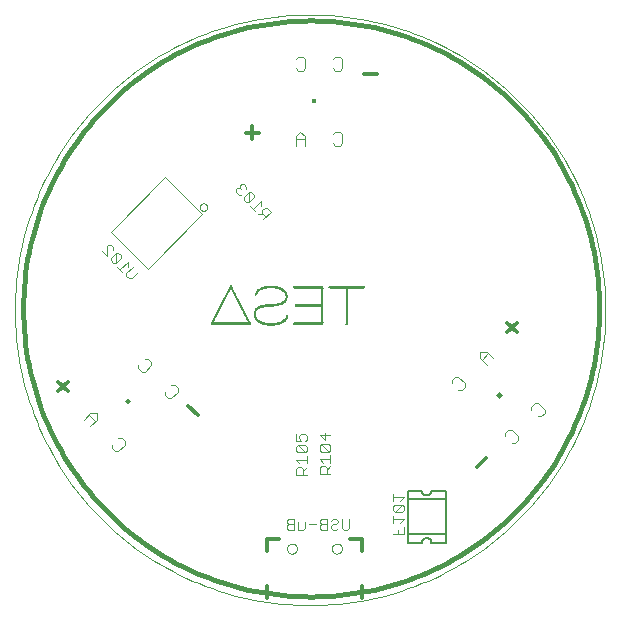
<source format=gbo>
G75*
%MOIN*%
%OFA0B0*%
%FSLAX24Y24*%
%IPPOS*%
%LPD*%
%AMOC8*
5,1,8,0,0,1.08239X$1,22.5*
%
%ADD10C,0.0000*%
%ADD11C,0.0160*%
%ADD12C,0.0040*%
%ADD13R,0.0290X0.0010*%
%ADD14R,0.0050X0.0010*%
%ADD15R,0.0900X0.0010*%
%ADD16R,0.0410X0.0010*%
%ADD17R,0.1310X0.0010*%
%ADD18R,0.0060X0.0010*%
%ADD19R,0.0950X0.0010*%
%ADD20R,0.0500X0.0010*%
%ADD21R,0.1330X0.0010*%
%ADD22R,0.0070X0.0010*%
%ADD23R,0.0970X0.0010*%
%ADD24R,0.0570X0.0010*%
%ADD25R,0.1350X0.0010*%
%ADD26R,0.0980X0.0010*%
%ADD27R,0.0630X0.0010*%
%ADD28R,0.0330X0.0010*%
%ADD29R,0.0040X0.0010*%
%ADD30R,0.0990X0.0010*%
%ADD31R,0.0250X0.0010*%
%ADD32R,0.0230X0.0010*%
%ADD33R,0.0210X0.0010*%
%ADD34R,0.0200X0.0010*%
%ADD35R,0.0190X0.0010*%
%ADD36R,0.0170X0.0010*%
%ADD37R,0.0080X0.0010*%
%ADD38R,0.0160X0.0010*%
%ADD39R,0.0150X0.0010*%
%ADD40R,0.0140X0.0010*%
%ADD41R,0.0130X0.0010*%
%ADD42R,0.0120X0.0010*%
%ADD43R,0.0110X0.0010*%
%ADD44R,0.0100X0.0010*%
%ADD45R,0.0090X0.0010*%
%ADD46R,0.0020X0.0010*%
%ADD47R,0.0180X0.0010*%
%ADD48R,0.0280X0.0010*%
%ADD49R,0.0940X0.0010*%
%ADD50R,0.0340X0.0010*%
%ADD51R,0.0440X0.0010*%
%ADD52R,0.0530X0.0010*%
%ADD53R,0.0540X0.0010*%
%ADD54R,0.0930X0.0010*%
%ADD55R,0.0450X0.0010*%
%ADD56R,0.0220X0.0010*%
%ADD57R,0.0010X0.0010*%
%ADD58R,0.1150X0.0010*%
%ADD59R,0.1170X0.0010*%
%ADD60R,0.0650X0.0010*%
%ADD61R,0.0610X0.0010*%
%ADD62R,0.1180X0.0010*%
%ADD63R,0.0550X0.0010*%
%ADD64R,0.0480X0.0010*%
%ADD65R,0.0400X0.0010*%
%ADD66C,0.0120*%
%ADD67R,0.0157X0.0157*%
%ADD68R,0.0157X0.0157*%
%ADD69C,0.0050*%
D10*
X009175Y003001D02*
X009177Y003026D01*
X009183Y003051D01*
X009192Y003075D01*
X009205Y003097D01*
X009222Y003117D01*
X009241Y003134D01*
X009262Y003148D01*
X009286Y003158D01*
X009310Y003165D01*
X009336Y003168D01*
X009361Y003167D01*
X009386Y003162D01*
X009410Y003153D01*
X009433Y003141D01*
X009453Y003126D01*
X009471Y003107D01*
X009486Y003086D01*
X009497Y003063D01*
X009505Y003039D01*
X009509Y003014D01*
X009509Y002988D01*
X009505Y002963D01*
X009497Y002939D01*
X009486Y002916D01*
X009471Y002895D01*
X009453Y002876D01*
X009433Y002861D01*
X009410Y002849D01*
X009386Y002840D01*
X009361Y002835D01*
X009336Y002834D01*
X009310Y002837D01*
X009286Y002844D01*
X009262Y002854D01*
X009241Y002868D01*
X009222Y002885D01*
X009205Y002905D01*
X009192Y002927D01*
X009183Y002951D01*
X009177Y002976D01*
X009175Y003001D01*
X010671Y003001D02*
X010673Y003026D01*
X010679Y003051D01*
X010688Y003075D01*
X010701Y003097D01*
X010718Y003117D01*
X010737Y003134D01*
X010758Y003148D01*
X010782Y003158D01*
X010806Y003165D01*
X010832Y003168D01*
X010857Y003167D01*
X010882Y003162D01*
X010906Y003153D01*
X010929Y003141D01*
X010949Y003126D01*
X010967Y003107D01*
X010982Y003086D01*
X010993Y003063D01*
X011001Y003039D01*
X011005Y003014D01*
X011005Y002988D01*
X011001Y002963D01*
X010993Y002939D01*
X010982Y002916D01*
X010967Y002895D01*
X010949Y002876D01*
X010929Y002861D01*
X010906Y002849D01*
X010882Y002840D01*
X010857Y002835D01*
X010832Y002834D01*
X010806Y002837D01*
X010782Y002844D01*
X010758Y002854D01*
X010737Y002868D01*
X010718Y002885D01*
X010701Y002905D01*
X010688Y002927D01*
X010679Y002951D01*
X010673Y002976D01*
X010671Y003001D01*
X000100Y010957D02*
X000103Y011195D01*
X000111Y011433D01*
X000126Y011670D01*
X000146Y011907D01*
X000172Y012143D01*
X000203Y012379D01*
X000240Y012614D01*
X000283Y012848D01*
X000332Y013081D01*
X000386Y013313D01*
X000446Y013543D01*
X000511Y013772D01*
X000582Y013999D01*
X000658Y014224D01*
X000740Y014447D01*
X000827Y014669D01*
X000919Y014888D01*
X001017Y015105D01*
X001119Y015319D01*
X001227Y015531D01*
X001341Y015741D01*
X001459Y015947D01*
X001582Y016151D01*
X001710Y016351D01*
X001842Y016548D01*
X001980Y016743D01*
X002122Y016933D01*
X002269Y017121D01*
X002420Y017304D01*
X002575Y017484D01*
X002735Y017660D01*
X002899Y017832D01*
X003068Y018001D01*
X003240Y018165D01*
X003416Y018325D01*
X003596Y018480D01*
X003779Y018631D01*
X003967Y018778D01*
X004157Y018920D01*
X004352Y019058D01*
X004549Y019190D01*
X004749Y019318D01*
X004953Y019441D01*
X005159Y019559D01*
X005369Y019673D01*
X005581Y019781D01*
X005795Y019883D01*
X006012Y019981D01*
X006231Y020073D01*
X006453Y020160D01*
X006676Y020242D01*
X006901Y020318D01*
X007128Y020389D01*
X007357Y020454D01*
X007587Y020514D01*
X007819Y020568D01*
X008052Y020617D01*
X008286Y020660D01*
X008521Y020697D01*
X008757Y020728D01*
X008993Y020754D01*
X009230Y020774D01*
X009467Y020789D01*
X009705Y020797D01*
X009943Y020800D01*
X010181Y020797D01*
X010419Y020789D01*
X010656Y020774D01*
X010893Y020754D01*
X011129Y020728D01*
X011365Y020697D01*
X011600Y020660D01*
X011834Y020617D01*
X012067Y020568D01*
X012299Y020514D01*
X012529Y020454D01*
X012758Y020389D01*
X012985Y020318D01*
X013210Y020242D01*
X013433Y020160D01*
X013655Y020073D01*
X013874Y019981D01*
X014091Y019883D01*
X014305Y019781D01*
X014517Y019673D01*
X014727Y019559D01*
X014933Y019441D01*
X015137Y019318D01*
X015337Y019190D01*
X015534Y019058D01*
X015729Y018920D01*
X015919Y018778D01*
X016107Y018631D01*
X016290Y018480D01*
X016470Y018325D01*
X016646Y018165D01*
X016818Y018001D01*
X016987Y017832D01*
X017151Y017660D01*
X017311Y017484D01*
X017466Y017304D01*
X017617Y017121D01*
X017764Y016933D01*
X017906Y016743D01*
X018044Y016548D01*
X018176Y016351D01*
X018304Y016151D01*
X018427Y015947D01*
X018545Y015741D01*
X018659Y015531D01*
X018767Y015319D01*
X018869Y015105D01*
X018967Y014888D01*
X019059Y014669D01*
X019146Y014447D01*
X019228Y014224D01*
X019304Y013999D01*
X019375Y013772D01*
X019440Y013543D01*
X019500Y013313D01*
X019554Y013081D01*
X019603Y012848D01*
X019646Y012614D01*
X019683Y012379D01*
X019714Y012143D01*
X019740Y011907D01*
X019760Y011670D01*
X019775Y011433D01*
X019783Y011195D01*
X019786Y010957D01*
X019783Y010719D01*
X019775Y010481D01*
X019760Y010244D01*
X019740Y010007D01*
X019714Y009771D01*
X019683Y009535D01*
X019646Y009300D01*
X019603Y009066D01*
X019554Y008833D01*
X019500Y008601D01*
X019440Y008371D01*
X019375Y008142D01*
X019304Y007915D01*
X019228Y007690D01*
X019146Y007467D01*
X019059Y007245D01*
X018967Y007026D01*
X018869Y006809D01*
X018767Y006595D01*
X018659Y006383D01*
X018545Y006173D01*
X018427Y005967D01*
X018304Y005763D01*
X018176Y005563D01*
X018044Y005366D01*
X017906Y005171D01*
X017764Y004981D01*
X017617Y004793D01*
X017466Y004610D01*
X017311Y004430D01*
X017151Y004254D01*
X016987Y004082D01*
X016818Y003913D01*
X016646Y003749D01*
X016470Y003589D01*
X016290Y003434D01*
X016107Y003283D01*
X015919Y003136D01*
X015729Y002994D01*
X015534Y002856D01*
X015337Y002724D01*
X015137Y002596D01*
X014933Y002473D01*
X014727Y002355D01*
X014517Y002241D01*
X014305Y002133D01*
X014091Y002031D01*
X013874Y001933D01*
X013655Y001841D01*
X013433Y001754D01*
X013210Y001672D01*
X012985Y001596D01*
X012758Y001525D01*
X012529Y001460D01*
X012299Y001400D01*
X012067Y001346D01*
X011834Y001297D01*
X011600Y001254D01*
X011365Y001217D01*
X011129Y001186D01*
X010893Y001160D01*
X010656Y001140D01*
X010419Y001125D01*
X010181Y001117D01*
X009943Y001114D01*
X009705Y001117D01*
X009467Y001125D01*
X009230Y001140D01*
X008993Y001160D01*
X008757Y001186D01*
X008521Y001217D01*
X008286Y001254D01*
X008052Y001297D01*
X007819Y001346D01*
X007587Y001400D01*
X007357Y001460D01*
X007128Y001525D01*
X006901Y001596D01*
X006676Y001672D01*
X006453Y001754D01*
X006231Y001841D01*
X006012Y001933D01*
X005795Y002031D01*
X005581Y002133D01*
X005369Y002241D01*
X005159Y002355D01*
X004953Y002473D01*
X004749Y002596D01*
X004549Y002724D01*
X004352Y002856D01*
X004157Y002994D01*
X003967Y003136D01*
X003779Y003283D01*
X003596Y003434D01*
X003416Y003589D01*
X003240Y003749D01*
X003068Y003913D01*
X002899Y004082D01*
X002735Y004254D01*
X002575Y004430D01*
X002420Y004610D01*
X002269Y004793D01*
X002122Y004981D01*
X001980Y005171D01*
X001842Y005366D01*
X001710Y005563D01*
X001582Y005763D01*
X001459Y005967D01*
X001341Y006173D01*
X001227Y006383D01*
X001119Y006595D01*
X001017Y006809D01*
X000919Y007026D01*
X000827Y007245D01*
X000740Y007467D01*
X000658Y007690D01*
X000582Y007915D01*
X000511Y008142D01*
X000446Y008371D01*
X000386Y008601D01*
X000332Y008833D01*
X000283Y009066D01*
X000240Y009300D01*
X000203Y009535D01*
X000172Y009771D01*
X000146Y010007D01*
X000126Y010244D01*
X000111Y010481D01*
X000103Y010719D01*
X000100Y010957D01*
D11*
X000379Y011005D02*
X000382Y011241D01*
X000391Y011476D01*
X000405Y011711D01*
X000425Y011946D01*
X000451Y012180D01*
X000483Y012414D01*
X000520Y012646D01*
X000563Y012878D01*
X000612Y013109D01*
X000667Y013338D01*
X000727Y013566D01*
X000792Y013792D01*
X000864Y014017D01*
X000940Y014239D01*
X001022Y014460D01*
X001110Y014679D01*
X001203Y014896D01*
X001301Y015110D01*
X001404Y015322D01*
X001513Y015531D01*
X001626Y015737D01*
X001745Y015941D01*
X001869Y016142D01*
X001997Y016339D01*
X002130Y016533D01*
X002268Y016724D01*
X002411Y016912D01*
X002558Y017096D01*
X002710Y017276D01*
X002866Y017453D01*
X003027Y017625D01*
X003191Y017794D01*
X003360Y017958D01*
X003532Y018119D01*
X003709Y018275D01*
X003889Y018427D01*
X004073Y018574D01*
X004261Y018717D01*
X004452Y018855D01*
X004646Y018988D01*
X004843Y019116D01*
X005044Y019240D01*
X005248Y019359D01*
X005454Y019472D01*
X005663Y019581D01*
X005875Y019684D01*
X006089Y019782D01*
X006306Y019875D01*
X006525Y019963D01*
X006746Y020045D01*
X006968Y020121D01*
X007193Y020193D01*
X007419Y020258D01*
X007647Y020318D01*
X007876Y020373D01*
X008107Y020422D01*
X008339Y020465D01*
X008571Y020502D01*
X008805Y020534D01*
X009039Y020560D01*
X009274Y020580D01*
X009509Y020594D01*
X009744Y020603D01*
X009980Y020606D01*
X010216Y020603D01*
X010451Y020594D01*
X010686Y020580D01*
X010921Y020560D01*
X011155Y020534D01*
X011389Y020502D01*
X011621Y020465D01*
X011853Y020422D01*
X012084Y020373D01*
X012313Y020318D01*
X012541Y020258D01*
X012767Y020193D01*
X012992Y020121D01*
X013214Y020045D01*
X013435Y019963D01*
X013654Y019875D01*
X013871Y019782D01*
X014085Y019684D01*
X014297Y019581D01*
X014506Y019472D01*
X014712Y019359D01*
X014916Y019240D01*
X015117Y019116D01*
X015314Y018988D01*
X015508Y018855D01*
X015699Y018717D01*
X015887Y018574D01*
X016071Y018427D01*
X016251Y018275D01*
X016428Y018119D01*
X016600Y017958D01*
X016769Y017794D01*
X016933Y017625D01*
X017094Y017453D01*
X017250Y017276D01*
X017402Y017096D01*
X017549Y016912D01*
X017692Y016724D01*
X017830Y016533D01*
X017963Y016339D01*
X018091Y016142D01*
X018215Y015941D01*
X018334Y015737D01*
X018447Y015531D01*
X018556Y015322D01*
X018659Y015110D01*
X018757Y014896D01*
X018850Y014679D01*
X018938Y014460D01*
X019020Y014239D01*
X019096Y014017D01*
X019168Y013792D01*
X019233Y013566D01*
X019293Y013338D01*
X019348Y013109D01*
X019397Y012878D01*
X019440Y012646D01*
X019477Y012414D01*
X019509Y012180D01*
X019535Y011946D01*
X019555Y011711D01*
X019569Y011476D01*
X019578Y011241D01*
X019581Y011005D01*
X019578Y010769D01*
X019569Y010534D01*
X019555Y010299D01*
X019535Y010064D01*
X019509Y009830D01*
X019477Y009596D01*
X019440Y009364D01*
X019397Y009132D01*
X019348Y008901D01*
X019293Y008672D01*
X019233Y008444D01*
X019168Y008218D01*
X019096Y007993D01*
X019020Y007771D01*
X018938Y007550D01*
X018850Y007331D01*
X018757Y007114D01*
X018659Y006900D01*
X018556Y006688D01*
X018447Y006479D01*
X018334Y006273D01*
X018215Y006069D01*
X018091Y005868D01*
X017963Y005671D01*
X017830Y005477D01*
X017692Y005286D01*
X017549Y005098D01*
X017402Y004914D01*
X017250Y004734D01*
X017094Y004557D01*
X016933Y004385D01*
X016769Y004216D01*
X016600Y004052D01*
X016428Y003891D01*
X016251Y003735D01*
X016071Y003583D01*
X015887Y003436D01*
X015699Y003293D01*
X015508Y003155D01*
X015314Y003022D01*
X015117Y002894D01*
X014916Y002770D01*
X014712Y002651D01*
X014506Y002538D01*
X014297Y002429D01*
X014085Y002326D01*
X013871Y002228D01*
X013654Y002135D01*
X013435Y002047D01*
X013214Y001965D01*
X012992Y001889D01*
X012767Y001817D01*
X012541Y001752D01*
X012313Y001692D01*
X012084Y001637D01*
X011853Y001588D01*
X011621Y001545D01*
X011389Y001508D01*
X011155Y001476D01*
X010921Y001450D01*
X010686Y001430D01*
X010451Y001416D01*
X010216Y001407D01*
X009980Y001404D01*
X009744Y001407D01*
X009509Y001416D01*
X009274Y001430D01*
X009039Y001450D01*
X008805Y001476D01*
X008571Y001508D01*
X008339Y001545D01*
X008107Y001588D01*
X007876Y001637D01*
X007647Y001692D01*
X007419Y001752D01*
X007193Y001817D01*
X006968Y001889D01*
X006746Y001965D01*
X006525Y002047D01*
X006306Y002135D01*
X006089Y002228D01*
X005875Y002326D01*
X005663Y002429D01*
X005454Y002538D01*
X005248Y002651D01*
X005044Y002770D01*
X004843Y002894D01*
X004646Y003022D01*
X004452Y003155D01*
X004261Y003293D01*
X004073Y003436D01*
X003889Y003583D01*
X003709Y003735D01*
X003532Y003891D01*
X003360Y004052D01*
X003191Y004216D01*
X003027Y004385D01*
X002866Y004557D01*
X002710Y004734D01*
X002558Y004914D01*
X002411Y005098D01*
X002268Y005286D01*
X002130Y005477D01*
X001997Y005671D01*
X001869Y005868D01*
X001745Y006069D01*
X001626Y006273D01*
X001513Y006479D01*
X001404Y006688D01*
X001301Y006900D01*
X001203Y007114D01*
X001110Y007331D01*
X001022Y007550D01*
X000940Y007771D01*
X000864Y007993D01*
X000792Y008218D01*
X000727Y008444D01*
X000667Y008672D01*
X000612Y008901D01*
X000563Y009132D01*
X000520Y009364D01*
X000483Y009596D01*
X000451Y009830D01*
X000425Y010064D01*
X000405Y010299D01*
X000391Y010534D01*
X000382Y010769D01*
X000379Y011005D01*
D12*
X003336Y006356D02*
X003444Y006247D01*
X003553Y006247D01*
X003770Y006464D01*
X003770Y006573D01*
X003661Y006681D01*
X003553Y006681D01*
X003336Y006464D02*
X003336Y006356D01*
X002615Y007077D02*
X002832Y007294D01*
X002832Y007511D01*
X002615Y007511D01*
X002398Y007294D01*
X002560Y007457D02*
X002777Y007240D01*
X004328Y008899D02*
X004220Y009008D01*
X004220Y009116D01*
X004328Y008899D02*
X004437Y008899D01*
X004654Y009116D01*
X004654Y009225D01*
X004545Y009333D01*
X004437Y009333D01*
X005320Y008449D02*
X005429Y008449D01*
X005537Y008341D01*
X005537Y008232D01*
X005320Y008015D01*
X005212Y008015D01*
X005103Y008124D01*
X005103Y008232D01*
X003991Y012011D02*
X003906Y012011D01*
X003822Y012096D01*
X003822Y012181D01*
X004034Y012393D01*
X003858Y012399D02*
X003858Y012568D01*
X003604Y012314D01*
X003688Y012229D02*
X003519Y012399D01*
X003470Y012532D02*
X003470Y012871D01*
X003301Y012702D01*
X003301Y012617D01*
X003386Y012532D01*
X003470Y012532D01*
X003640Y012702D01*
X003640Y012786D01*
X003555Y012871D01*
X003470Y012871D01*
X003380Y012962D02*
X003380Y013047D01*
X003295Y013132D01*
X003210Y013132D01*
X003168Y013089D01*
X003168Y012750D01*
X002998Y012919D01*
X003313Y013562D02*
X004538Y012337D01*
X006347Y014147D01*
X005122Y015372D01*
X003313Y013562D01*
X004204Y012223D02*
X003991Y012011D01*
X006261Y014384D02*
X006263Y014406D01*
X006269Y014428D01*
X006278Y014448D01*
X006291Y014466D01*
X006307Y014482D01*
X006325Y014495D01*
X006345Y014504D01*
X006367Y014510D01*
X006389Y014512D01*
X006411Y014510D01*
X006433Y014504D01*
X006453Y014495D01*
X006471Y014482D01*
X006487Y014466D01*
X006500Y014448D01*
X006509Y014428D01*
X006515Y014406D01*
X006517Y014384D01*
X006515Y014362D01*
X006509Y014340D01*
X006500Y014320D01*
X006487Y014302D01*
X006471Y014286D01*
X006453Y014273D01*
X006433Y014264D01*
X006411Y014258D01*
X006389Y014256D01*
X006367Y014258D01*
X006345Y014264D01*
X006325Y014273D01*
X006307Y014286D01*
X006291Y014302D01*
X006278Y014320D01*
X006269Y014340D01*
X006263Y014362D01*
X006261Y014384D01*
X007475Y014887D02*
X007560Y014802D01*
X007645Y014802D01*
X007736Y014712D02*
X007736Y014627D01*
X007821Y014542D01*
X007906Y014542D01*
X007906Y014881D01*
X007736Y014712D01*
X007906Y014881D02*
X007990Y014881D01*
X008075Y014796D01*
X008075Y014712D01*
X007906Y014542D01*
X007954Y014409D02*
X008123Y014239D01*
X008039Y014324D02*
X008293Y014578D01*
X008293Y014409D01*
X008426Y014360D02*
X008341Y014276D01*
X008341Y014191D01*
X008469Y014063D01*
X008384Y013978D02*
X008639Y014233D01*
X008511Y014360D01*
X008426Y014360D01*
X008384Y014148D02*
X008214Y014148D01*
X007815Y014972D02*
X007815Y015057D01*
X007730Y015142D01*
X007645Y015142D01*
X007603Y015099D01*
X007603Y015014D01*
X007518Y015014D01*
X007475Y014972D01*
X007475Y014887D01*
X007603Y015014D02*
X007645Y014972D01*
X009463Y016435D02*
X009463Y016742D01*
X009617Y016895D01*
X009770Y016742D01*
X009770Y016435D01*
X009770Y016665D02*
X009463Y016665D01*
X010713Y016818D02*
X010790Y016895D01*
X010944Y016895D01*
X011020Y016818D01*
X011020Y016511D01*
X010944Y016435D01*
X010790Y016435D01*
X010713Y016511D01*
X010790Y018935D02*
X010713Y019011D01*
X010790Y018935D02*
X010944Y018935D01*
X011020Y019011D01*
X011020Y019318D01*
X010944Y019395D01*
X010790Y019395D01*
X010713Y019318D01*
X009770Y019318D02*
X009770Y019011D01*
X009694Y018935D01*
X009540Y018935D01*
X009463Y019011D01*
X009463Y019318D02*
X009540Y019395D01*
X009694Y019395D01*
X009770Y019318D01*
X015611Y009559D02*
X015611Y009342D01*
X015828Y009125D01*
X015665Y009288D02*
X015882Y009505D01*
X015828Y009559D02*
X015611Y009559D01*
X015828Y009559D02*
X016045Y009342D01*
X015107Y008512D02*
X015107Y008404D01*
X014998Y008295D01*
X014890Y008295D01*
X015107Y008512D02*
X014890Y008729D01*
X014781Y008729D01*
X014673Y008621D01*
X014673Y008512D01*
X016441Y006853D02*
X016549Y006962D01*
X016658Y006962D01*
X016875Y006745D01*
X016875Y006636D01*
X016766Y006528D01*
X016658Y006528D01*
X016441Y006745D02*
X016441Y006853D01*
X017324Y007629D02*
X017324Y007737D01*
X017433Y007846D01*
X017541Y007846D01*
X017758Y007629D01*
X017758Y007520D01*
X017650Y007412D01*
X017541Y007412D01*
X013070Y004716D02*
X012950Y004596D01*
X013010Y004468D02*
X012770Y004228D01*
X012710Y004288D01*
X012710Y004408D01*
X012770Y004468D01*
X013010Y004468D01*
X013070Y004408D01*
X013070Y004288D01*
X013010Y004228D01*
X012770Y004228D01*
X012710Y004100D02*
X012710Y003860D01*
X012710Y003980D02*
X013070Y003980D01*
X012950Y003860D01*
X013070Y003732D02*
X013070Y003491D01*
X012710Y003491D01*
X012890Y003491D02*
X012890Y003611D01*
X012710Y004596D02*
X012710Y004837D01*
X012710Y004716D02*
X013070Y004716D01*
X011240Y003995D02*
X011240Y003695D01*
X011180Y003635D01*
X011060Y003635D01*
X011000Y003695D01*
X011000Y003995D01*
X010872Y003935D02*
X010872Y003875D01*
X010812Y003815D01*
X010692Y003815D01*
X010631Y003755D01*
X010631Y003695D01*
X010692Y003635D01*
X010812Y003635D01*
X010872Y003695D01*
X010872Y003935D02*
X010812Y003995D01*
X010692Y003995D01*
X010631Y003935D01*
X010503Y003995D02*
X010503Y003635D01*
X010323Y003635D01*
X010263Y003695D01*
X010263Y003755D01*
X010323Y003815D01*
X010503Y003815D01*
X010323Y003815D02*
X010263Y003875D01*
X010263Y003935D01*
X010323Y003995D01*
X010503Y003995D01*
X010135Y003815D02*
X009895Y003815D01*
X009767Y003875D02*
X009767Y003695D01*
X009707Y003635D01*
X009527Y003635D01*
X009527Y003875D01*
X009398Y003815D02*
X009218Y003815D01*
X009158Y003755D01*
X009158Y003695D01*
X009218Y003635D01*
X009398Y003635D01*
X009398Y003995D01*
X009218Y003995D01*
X009158Y003935D01*
X009158Y003875D01*
X009218Y003815D01*
X009470Y005471D02*
X009470Y005652D01*
X009530Y005712D01*
X009650Y005712D01*
X009710Y005652D01*
X009710Y005471D01*
X009830Y005471D02*
X009470Y005471D01*
X009710Y005591D02*
X009830Y005712D01*
X009830Y005840D02*
X009830Y006080D01*
X009830Y005960D02*
X009470Y005960D01*
X009590Y005840D01*
X009530Y006208D02*
X009470Y006268D01*
X009470Y006388D01*
X009530Y006448D01*
X009770Y006208D01*
X009830Y006268D01*
X009830Y006388D01*
X009770Y006448D01*
X009530Y006448D01*
X009470Y006576D02*
X009650Y006576D01*
X009590Y006696D01*
X009590Y006756D01*
X009650Y006817D01*
X009770Y006817D01*
X009830Y006756D01*
X009830Y006636D01*
X009770Y006576D01*
X009470Y006576D02*
X009470Y006817D01*
X009530Y006208D02*
X009770Y006208D01*
X010260Y006298D02*
X010320Y006238D01*
X010560Y006238D01*
X010320Y006478D01*
X010560Y006478D01*
X010620Y006418D01*
X010620Y006298D01*
X010560Y006238D01*
X010620Y006110D02*
X010620Y005870D01*
X010620Y005990D02*
X010260Y005990D01*
X010380Y005870D01*
X010320Y005742D02*
X010440Y005742D01*
X010500Y005682D01*
X010500Y005501D01*
X010620Y005501D02*
X010260Y005501D01*
X010260Y005682D01*
X010320Y005742D01*
X010500Y005621D02*
X010620Y005742D01*
X010260Y006298D02*
X010260Y006418D01*
X010320Y006478D01*
X010440Y006606D02*
X010440Y006847D01*
X010620Y006786D02*
X010260Y006786D01*
X010440Y006606D01*
D13*
X008640Y010435D03*
X008450Y010485D03*
X008650Y011725D03*
D14*
X008140Y011445D03*
X009190Y010745D03*
X011160Y010445D03*
D15*
X009875Y010445D03*
D16*
X008640Y010445D03*
D17*
X007300Y010445D03*
D18*
X008105Y010835D03*
X008145Y011455D03*
X008145Y011465D03*
X007295Y011735D03*
X009185Y010735D03*
X010345Y011655D03*
X011155Y010455D03*
D19*
X009880Y010455D03*
X009910Y011065D03*
X009910Y011075D03*
X009910Y011085D03*
X009880Y011715D03*
D20*
X008705Y011105D03*
X008555Y011075D03*
X008645Y010455D03*
D21*
X007300Y010455D03*
X007300Y010495D03*
X007300Y010505D03*
D22*
X006810Y010765D03*
X007020Y011175D03*
X007380Y011555D03*
X007300Y011725D03*
X008150Y011485D03*
X008150Y011475D03*
X008160Y011495D03*
X008160Y011505D03*
X008170Y011525D03*
X008180Y011535D03*
X008650Y011735D03*
X009150Y011445D03*
X009150Y011435D03*
X009160Y011415D03*
X009160Y011405D03*
X009160Y011395D03*
X009160Y011385D03*
X009160Y011375D03*
X009160Y011365D03*
X009160Y011355D03*
X009160Y011345D03*
X009150Y011335D03*
X009150Y011325D03*
X009150Y011315D03*
X009150Y011305D03*
X009140Y011285D03*
X009190Y010725D03*
X009180Y010715D03*
X009180Y010705D03*
X009180Y010695D03*
X009170Y010685D03*
X008130Y010675D03*
X008120Y010695D03*
X008120Y010705D03*
X008110Y010725D03*
X008110Y010735D03*
X008110Y010745D03*
X008100Y010755D03*
X008100Y010765D03*
X008100Y010775D03*
X008100Y010785D03*
X008100Y010795D03*
X008100Y010805D03*
X008100Y010815D03*
X008100Y010825D03*
X008110Y010855D03*
X008110Y010865D03*
X008110Y010875D03*
X008120Y010895D03*
X010350Y010895D03*
X010350Y010905D03*
X010350Y010915D03*
X010350Y010925D03*
X010350Y010935D03*
X010350Y010945D03*
X010350Y010955D03*
X010350Y010965D03*
X010350Y010975D03*
X010350Y010985D03*
X010350Y010995D03*
X010350Y011005D03*
X010350Y011015D03*
X010350Y011025D03*
X010350Y011035D03*
X010350Y011045D03*
X010350Y011115D03*
X010350Y011125D03*
X010350Y011135D03*
X010350Y011145D03*
X010350Y011155D03*
X010350Y011165D03*
X010350Y011175D03*
X010350Y011185D03*
X010350Y011195D03*
X010350Y011205D03*
X010350Y011215D03*
X010350Y011225D03*
X010350Y011235D03*
X010350Y011245D03*
X010350Y011255D03*
X010350Y011265D03*
X010350Y011275D03*
X010350Y011285D03*
X010350Y011295D03*
X010350Y011305D03*
X010350Y011315D03*
X010350Y011325D03*
X010350Y011335D03*
X010350Y011345D03*
X010350Y011355D03*
X010350Y011365D03*
X010350Y011375D03*
X010350Y011385D03*
X010350Y011395D03*
X010350Y011405D03*
X010350Y011415D03*
X010350Y011425D03*
X010350Y011435D03*
X010350Y011445D03*
X010350Y011455D03*
X010350Y011465D03*
X010350Y011475D03*
X010350Y011485D03*
X010350Y011495D03*
X010350Y011505D03*
X010350Y011515D03*
X010350Y011525D03*
X010350Y011535D03*
X010350Y011545D03*
X010350Y011555D03*
X010350Y011565D03*
X010350Y011575D03*
X010350Y011585D03*
X010350Y011595D03*
X010350Y011605D03*
X010350Y011615D03*
X010350Y011625D03*
X010350Y011635D03*
X010350Y011645D03*
X010350Y010885D03*
X010350Y010875D03*
X010350Y010865D03*
X010350Y010855D03*
X010350Y010845D03*
X010350Y010835D03*
X010350Y010825D03*
X010350Y010815D03*
X010350Y010805D03*
X010350Y010795D03*
X010350Y010785D03*
X010350Y010775D03*
X010350Y010765D03*
X010350Y010755D03*
X010350Y010745D03*
X010350Y010735D03*
X010350Y010725D03*
X010350Y010715D03*
X010350Y010705D03*
X010350Y010695D03*
X010350Y010685D03*
X010350Y010675D03*
X010350Y010665D03*
X010350Y010655D03*
X010350Y010645D03*
X010350Y010635D03*
X010350Y010625D03*
X010350Y010615D03*
X010350Y010605D03*
X010350Y010595D03*
X010350Y010585D03*
X010350Y010575D03*
X010350Y010565D03*
X010350Y010555D03*
X010350Y010545D03*
X010350Y010535D03*
X010350Y010525D03*
X010350Y010515D03*
X011160Y010515D03*
X011160Y010525D03*
X011160Y010535D03*
X011160Y010545D03*
X011160Y010555D03*
X011160Y010565D03*
X011160Y010575D03*
X011160Y010585D03*
X011160Y010595D03*
X011160Y010605D03*
X011160Y010615D03*
X011160Y010625D03*
X011160Y010635D03*
X011160Y010645D03*
X011160Y010655D03*
X011160Y010665D03*
X011160Y010675D03*
X011160Y010685D03*
X011160Y010695D03*
X011160Y010705D03*
X011160Y010715D03*
X011160Y010725D03*
X011160Y010735D03*
X011160Y010745D03*
X011160Y010755D03*
X011160Y010765D03*
X011160Y010775D03*
X011160Y010785D03*
X011160Y010795D03*
X011160Y010805D03*
X011160Y010815D03*
X011160Y010825D03*
X011160Y010835D03*
X011160Y010845D03*
X011160Y010855D03*
X011160Y010865D03*
X011160Y010875D03*
X011160Y010885D03*
X011160Y010895D03*
X011160Y010905D03*
X011160Y010915D03*
X011160Y010925D03*
X011160Y010935D03*
X011160Y010945D03*
X011160Y010955D03*
X011160Y010965D03*
X011160Y010975D03*
X011160Y010985D03*
X011160Y010995D03*
X011160Y011005D03*
X011160Y011015D03*
X011160Y011025D03*
X011160Y011035D03*
X011160Y011045D03*
X011160Y011055D03*
X011160Y011065D03*
X011160Y011075D03*
X011160Y011085D03*
X011160Y011095D03*
X011160Y011105D03*
X011160Y011115D03*
X011160Y011125D03*
X011160Y011135D03*
X011160Y011145D03*
X011160Y011155D03*
X011160Y011165D03*
X011160Y011175D03*
X011160Y011185D03*
X011160Y011195D03*
X011160Y011205D03*
X011160Y011215D03*
X011160Y011225D03*
X011160Y011235D03*
X011160Y011245D03*
X011160Y011255D03*
X011160Y011265D03*
X011160Y011275D03*
X011160Y011285D03*
X011160Y011295D03*
X011160Y011305D03*
X011160Y011315D03*
X011160Y011325D03*
X011160Y011335D03*
X011160Y011345D03*
X011160Y011355D03*
X011160Y011365D03*
X011160Y011375D03*
X011160Y011385D03*
X011160Y011395D03*
X011160Y011405D03*
X011160Y011415D03*
X011160Y011425D03*
X011160Y011435D03*
X011160Y011445D03*
X011160Y011455D03*
X011160Y011465D03*
X011160Y011475D03*
X011160Y011485D03*
X011160Y011495D03*
X011160Y011505D03*
X011160Y011515D03*
X011160Y011525D03*
X011160Y011535D03*
X011160Y011545D03*
X011160Y011555D03*
X011160Y011565D03*
X011160Y011575D03*
X011160Y011585D03*
X011160Y011595D03*
X011160Y011605D03*
X011160Y011615D03*
X011160Y011625D03*
X011160Y011635D03*
X011160Y011645D03*
X011160Y011655D03*
X011160Y010505D03*
X011160Y010495D03*
X011160Y010485D03*
X011160Y010475D03*
X011160Y010465D03*
D23*
X009880Y010465D03*
X009880Y011705D03*
D24*
X008640Y010465D03*
D25*
X007300Y010465D03*
X007300Y010475D03*
X007300Y010485D03*
D26*
X009885Y010485D03*
X009885Y010475D03*
X009895Y010505D03*
X009895Y011665D03*
X009885Y011685D03*
X009885Y011695D03*
D27*
X008640Y010475D03*
D28*
X008820Y010485D03*
D29*
X008625Y010485D03*
X007295Y011745D03*
D30*
X009890Y011675D03*
X009890Y010495D03*
D31*
X008890Y010495D03*
D32*
X008390Y010495D03*
X008410Y011665D03*
X008880Y011665D03*
D33*
X008310Y011035D03*
X008930Y010505D03*
D34*
X008355Y010505D03*
X008915Y011655D03*
D35*
X008980Y011155D03*
X008960Y010515D03*
D36*
X008320Y010515D03*
X008940Y011645D03*
D37*
X009125Y011505D03*
X009125Y011495D03*
X009135Y011485D03*
X009135Y011475D03*
X009145Y011465D03*
X009145Y011455D03*
X009155Y011425D03*
X009145Y011295D03*
X009135Y011275D03*
X009125Y011255D03*
X009165Y010675D03*
X009165Y010665D03*
X009155Y010655D03*
X009145Y010645D03*
X008155Y010635D03*
X008145Y010645D03*
X008145Y010655D03*
X008135Y010665D03*
X008125Y010685D03*
X008115Y010715D03*
X008105Y010845D03*
X008115Y010885D03*
X008125Y010905D03*
X008125Y010915D03*
X008135Y010925D03*
X007795Y010755D03*
X007795Y010745D03*
X007805Y010735D03*
X007805Y010725D03*
X007815Y010715D03*
X007815Y010705D03*
X007825Y010695D03*
X007825Y010685D03*
X007835Y010675D03*
X007845Y010665D03*
X007845Y010655D03*
X007855Y010645D03*
X007855Y010635D03*
X007865Y010615D03*
X007875Y010605D03*
X007875Y010595D03*
X007885Y010585D03*
X007885Y010575D03*
X007895Y010565D03*
X007895Y010555D03*
X007905Y010545D03*
X007905Y010535D03*
X007915Y010525D03*
X007915Y010515D03*
X007785Y010765D03*
X007785Y010775D03*
X007775Y010785D03*
X007775Y010795D03*
X007765Y010805D03*
X007765Y010815D03*
X007755Y010825D03*
X007755Y010835D03*
X007745Y010845D03*
X007745Y010855D03*
X007735Y010865D03*
X007735Y010875D03*
X007725Y010885D03*
X007725Y010895D03*
X007715Y010905D03*
X007715Y010915D03*
X007705Y010925D03*
X007705Y010935D03*
X007695Y010945D03*
X007685Y010965D03*
X007675Y010985D03*
X007665Y011005D03*
X007655Y011015D03*
X007655Y011025D03*
X007645Y011035D03*
X007645Y011045D03*
X007635Y011055D03*
X007635Y011065D03*
X007625Y011075D03*
X007625Y011085D03*
X007615Y011095D03*
X007615Y011105D03*
X007605Y011115D03*
X007605Y011125D03*
X007595Y011135D03*
X007595Y011145D03*
X007585Y011155D03*
X007585Y011165D03*
X007575Y011175D03*
X007575Y011185D03*
X007565Y011195D03*
X007565Y011205D03*
X007555Y011215D03*
X007555Y011225D03*
X007545Y011235D03*
X007545Y011245D03*
X007535Y011255D03*
X007525Y011275D03*
X007515Y011295D03*
X007505Y011315D03*
X007495Y011325D03*
X007495Y011335D03*
X007485Y011345D03*
X007485Y011355D03*
X007475Y011365D03*
X007475Y011375D03*
X007465Y011385D03*
X007465Y011395D03*
X007455Y011405D03*
X007455Y011415D03*
X007445Y011425D03*
X007445Y011435D03*
X007435Y011445D03*
X007435Y011455D03*
X007425Y011465D03*
X007425Y011475D03*
X007415Y011485D03*
X007415Y011495D03*
X007405Y011505D03*
X007405Y011515D03*
X007395Y011525D03*
X007395Y011535D03*
X007385Y011545D03*
X007375Y011565D03*
X007365Y011585D03*
X007365Y011595D03*
X007355Y011605D03*
X007345Y011625D03*
X007255Y011625D03*
X007245Y011615D03*
X007245Y011605D03*
X007235Y011595D03*
X007235Y011585D03*
X007225Y011575D03*
X007225Y011565D03*
X007215Y011555D03*
X007215Y011545D03*
X007205Y011535D03*
X007205Y011525D03*
X007195Y011515D03*
X007195Y011505D03*
X007185Y011495D03*
X007175Y011485D03*
X007175Y011475D03*
X007165Y011455D03*
X007155Y011435D03*
X007145Y011425D03*
X007145Y011415D03*
X007135Y011405D03*
X007135Y011395D03*
X007125Y011385D03*
X007125Y011375D03*
X007115Y011365D03*
X007115Y011355D03*
X007105Y011345D03*
X007105Y011335D03*
X007095Y011325D03*
X007095Y011315D03*
X007085Y011305D03*
X007085Y011295D03*
X007075Y011285D03*
X007075Y011275D03*
X007065Y011265D03*
X007065Y011255D03*
X007055Y011245D03*
X007055Y011235D03*
X007045Y011225D03*
X007045Y011215D03*
X007035Y011205D03*
X007035Y011195D03*
X007025Y011185D03*
X007015Y011165D03*
X007015Y011155D03*
X007005Y011145D03*
X006995Y011125D03*
X006985Y011105D03*
X006975Y011095D03*
X006975Y011085D03*
X006965Y011075D03*
X006965Y011065D03*
X006955Y011055D03*
X006955Y011045D03*
X006945Y011035D03*
X006945Y011025D03*
X006935Y011015D03*
X006935Y011005D03*
X006925Y010995D03*
X006925Y010985D03*
X006915Y010975D03*
X006915Y010965D03*
X006905Y010955D03*
X006905Y010945D03*
X006895Y010935D03*
X006895Y010925D03*
X006885Y010915D03*
X006885Y010905D03*
X006875Y010895D03*
X006875Y010885D03*
X006865Y010875D03*
X006865Y010865D03*
X006855Y010855D03*
X006855Y010845D03*
X006845Y010835D03*
X006835Y010815D03*
X006825Y010795D03*
X006815Y010775D03*
X006805Y010755D03*
X006795Y010745D03*
X006795Y010735D03*
X006785Y010725D03*
X006785Y010715D03*
X006775Y010705D03*
X006775Y010695D03*
X006765Y010685D03*
X006765Y010675D03*
X006755Y010665D03*
X006755Y010655D03*
X006745Y010645D03*
X006745Y010635D03*
X006735Y010625D03*
X006735Y010615D03*
X006725Y010605D03*
X006725Y010595D03*
X006715Y010585D03*
X006715Y010575D03*
X006705Y010565D03*
X006705Y010555D03*
X006695Y010545D03*
X006695Y010535D03*
X006685Y010525D03*
X006685Y010515D03*
X007295Y011715D03*
X008165Y011515D03*
X008185Y011545D03*
X008195Y011555D03*
X008205Y011565D03*
D38*
X008335Y011645D03*
X008245Y011015D03*
X008985Y010525D03*
X008965Y011635D03*
X007295Y011635D03*
D39*
X007300Y011645D03*
X008300Y010525D03*
X009010Y010535D03*
X009010Y011165D03*
D40*
X009035Y011175D03*
X009005Y011615D03*
X008985Y011625D03*
X008305Y011635D03*
X008225Y011005D03*
X008275Y010535D03*
X009025Y010545D03*
X007295Y011655D03*
D41*
X007300Y011665D03*
X008260Y010545D03*
X009050Y010555D03*
X009050Y011185D03*
X009020Y011605D03*
D42*
X009035Y011595D03*
X009065Y011195D03*
X009075Y010575D03*
X009065Y010565D03*
X008245Y010555D03*
X008225Y010565D03*
X008205Y010995D03*
X008285Y011625D03*
X007295Y011675D03*
D43*
X007300Y011685D03*
X008270Y011615D03*
X008190Y010985D03*
X008180Y010975D03*
X008200Y010585D03*
X008210Y010575D03*
X009090Y010585D03*
X009080Y011205D03*
X009090Y011215D03*
X009050Y011585D03*
D44*
X009065Y011575D03*
X009075Y011565D03*
X009085Y011555D03*
X009095Y011545D03*
X008255Y011605D03*
X008235Y011595D03*
X008225Y011585D03*
X008165Y010965D03*
X009105Y010595D03*
X009115Y010605D03*
X007295Y011695D03*
D45*
X007300Y011705D03*
X007350Y011615D03*
X007370Y011575D03*
X007170Y011465D03*
X007160Y011445D03*
X007000Y011135D03*
X006990Y011115D03*
X006840Y010825D03*
X006830Y010805D03*
X006820Y010785D03*
X007530Y011265D03*
X007520Y011285D03*
X007510Y011305D03*
X007670Y010995D03*
X007680Y010975D03*
X007690Y010955D03*
X007860Y010625D03*
X008160Y010625D03*
X008170Y010615D03*
X008180Y010605D03*
X008190Y010595D03*
X008140Y010935D03*
X008150Y010945D03*
X008160Y010955D03*
X008210Y011575D03*
X009100Y011535D03*
X009110Y011525D03*
X009120Y011515D03*
X009130Y011265D03*
X009120Y011245D03*
X009110Y011235D03*
X009100Y011225D03*
X009140Y010635D03*
X009130Y010625D03*
X009120Y010615D03*
D46*
X009185Y010755D03*
D47*
X008365Y011655D03*
X008275Y011025D03*
D48*
X008355Y011045D03*
X008905Y011135D03*
D49*
X009915Y011095D03*
X009915Y011055D03*
D50*
X008845Y011125D03*
X008415Y011055D03*
D51*
X008495Y011065D03*
D52*
X008610Y011085D03*
D53*
X008655Y011095D03*
D54*
X009920Y011105D03*
D55*
X008770Y011115D03*
D56*
X008945Y011145D03*
D57*
X008700Y011735D03*
X008140Y011435D03*
D58*
X011160Y011665D03*
X011160Y011715D03*
D59*
X011160Y011705D03*
X011160Y011685D03*
X011160Y011675D03*
D60*
X008640Y011675D03*
D61*
X008640Y011685D03*
D62*
X011155Y011695D03*
D63*
X008640Y011695D03*
D64*
X008645Y011705D03*
D65*
X008645Y011715D03*
D66*
X005883Y007768D02*
X006198Y007453D01*
X008515Y003316D02*
X008909Y003316D01*
X008515Y003316D02*
X008515Y002922D01*
X008515Y001741D02*
X008515Y001347D01*
X011271Y003316D02*
X011665Y003316D01*
X011662Y003309D02*
X011662Y002922D01*
X011665Y002922D01*
X011665Y001741D02*
X011665Y001347D01*
X015494Y005716D02*
X015809Y006031D01*
X016513Y010209D02*
X016827Y010524D01*
X016513Y010524D02*
X016827Y010209D01*
X012182Y018831D02*
X011737Y018831D01*
X008245Y016863D02*
X007800Y016863D01*
X008023Y017086D02*
X008023Y016640D01*
X001867Y008555D02*
X001552Y008240D01*
X001867Y008240D02*
X001552Y008555D01*
D67*
X010080Y017915D03*
D68*
G36*
X016140Y008105D02*
X016250Y008215D01*
X016360Y008105D01*
X016250Y007995D01*
X016140Y008105D01*
G37*
G36*
X003880Y007795D02*
X003770Y007905D01*
X003880Y008015D01*
X003990Y007905D01*
X003880Y007795D01*
G37*
D69*
X013200Y004931D02*
X013200Y004655D01*
X014460Y004655D01*
X014460Y004931D01*
X013987Y004931D01*
X013985Y004908D01*
X013980Y004885D01*
X013971Y004863D01*
X013960Y004843D01*
X013945Y004824D01*
X013928Y004808D01*
X013909Y004795D01*
X013887Y004785D01*
X013865Y004778D01*
X013842Y004774D01*
X013818Y004774D01*
X013795Y004778D01*
X013773Y004785D01*
X013752Y004795D01*
X013732Y004808D01*
X013715Y004824D01*
X013700Y004843D01*
X013689Y004863D01*
X013680Y004885D01*
X013675Y004908D01*
X013673Y004931D01*
X013200Y004931D01*
X013200Y004655D02*
X013200Y003474D01*
X014460Y003474D01*
X014460Y004655D01*
X014460Y003474D02*
X014460Y003199D01*
X013987Y003199D01*
X013985Y003222D01*
X013980Y003245D01*
X013971Y003267D01*
X013960Y003287D01*
X013945Y003306D01*
X013928Y003322D01*
X013909Y003335D01*
X013887Y003345D01*
X013865Y003352D01*
X013842Y003356D01*
X013818Y003356D01*
X013795Y003352D01*
X013773Y003345D01*
X013752Y003335D01*
X013732Y003322D01*
X013715Y003306D01*
X013700Y003287D01*
X013689Y003267D01*
X013680Y003245D01*
X013675Y003222D01*
X013673Y003199D01*
X013200Y003199D01*
X013200Y003474D01*
M02*

</source>
